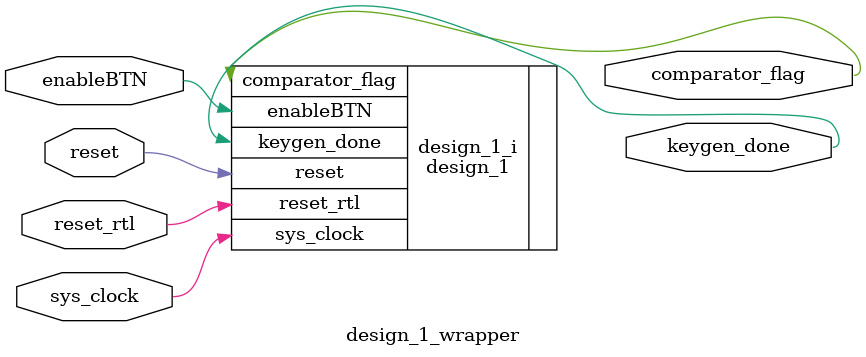
<source format=v>
`timescale 1 ps / 1 ps

module design_1_wrapper
   (comparator_flag,
    enableBTN,
    keygen_done,
    reset,
    reset_rtl,
    sys_clock);
  output comparator_flag;
  input enableBTN;
  output keygen_done;
  input reset;
  input reset_rtl;
  input sys_clock;

  wire comparator_flag;
  wire enableBTN;
  wire keygen_done;
  wire reset;
  wire reset_rtl;
  wire sys_clock;

  design_1 design_1_i
       (.comparator_flag(comparator_flag),
        .enableBTN(enableBTN),
        .keygen_done(keygen_done),
        .reset(reset),
        .reset_rtl(reset_rtl),
        .sys_clock(sys_clock));
endmodule

</source>
